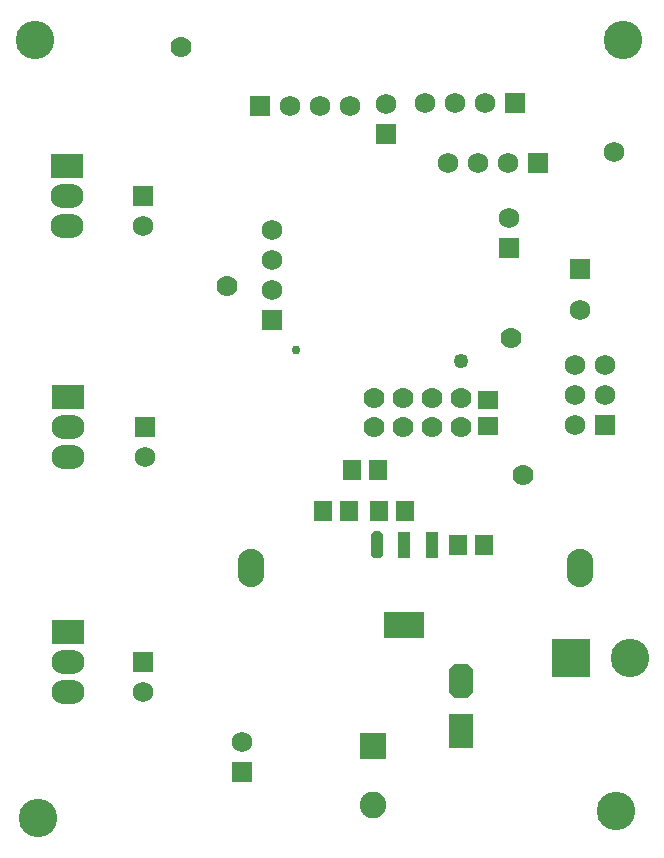
<source format=gbs>
G04 Layer_Color=16711935*
%FSLAX25Y25*%
%MOIN*%
G70*
G01*
G75*
%ADD37R,0.06906X0.06118*%
%ADD41R,0.06118X0.06906*%
%ADD42C,0.07000*%
%ADD43C,0.06800*%
%ADD44R,0.06906X0.06906*%
%ADD45C,0.06906*%
%ADD46C,0.02969*%
%ADD47C,0.04937*%
%ADD48O,0.11000X0.08000*%
%ADD49R,0.11000X0.08000*%
%ADD50R,0.06906X0.06906*%
%ADD51O,0.08874X0.12811*%
%ADD52C,0.12811*%
%ADD53R,0.08874X0.08874*%
%ADD54C,0.08874*%
%ADD55R,0.12811X0.12811*%
%ADD56R,0.13200X0.09000*%
G04:AMPARAMS|DCode=57|XSize=43mil|YSize=90mil|CornerRadius=0mil|HoleSize=0mil|Usage=FLASHONLY|Rotation=0.000|XOffset=0mil|YOffset=0mil|HoleType=Round|Shape=Octagon|*
%AMOCTAGOND57*
4,1,8,-0.01075,0.04500,0.01075,0.04500,0.02150,0.03425,0.02150,-0.03425,0.01075,-0.04500,-0.01075,-0.04500,-0.02150,-0.03425,-0.02150,0.03425,-0.01075,0.04500,0.0*
%
%ADD57OCTAGOND57*%

%ADD58R,0.04300X0.09000*%
%ADD59R,0.07890X0.11433*%
G04:AMPARAMS|DCode=60|XSize=114.33mil|YSize=78.9mil|CornerRadius=0mil|HoleSize=0mil|Usage=FLASHONLY|Rotation=90.000|XOffset=0mil|YOffset=0mil|HoleType=Round|Shape=Octagon|*
%AMOCTAGOND60*
4,1,8,0.01972,0.05717,-0.01972,0.05717,-0.03945,0.03744,-0.03945,-0.03744,-0.01972,-0.05717,0.01972,-0.05717,0.03945,-0.03744,0.03945,0.03744,0.01972,0.05717,0.0*
%
%ADD60OCTAGOND60*%

D37*
X365500Y331500D02*
D03*
Y322839D02*
D03*
D41*
X320000Y308000D02*
D03*
X328661D02*
D03*
X337661Y294500D02*
D03*
X329000D02*
D03*
X319161D02*
D03*
X310500D02*
D03*
X364000Y283000D02*
D03*
X355339D02*
D03*
D42*
X263000Y449000D02*
D03*
X278500Y369500D02*
D03*
X377000Y306500D02*
D03*
X327563Y322500D02*
D03*
X337209D02*
D03*
X346854D02*
D03*
X356500D02*
D03*
X327563Y332146D02*
D03*
X337209D02*
D03*
X346854D02*
D03*
X356500D02*
D03*
X373000Y352000D02*
D03*
D43*
X407500Y414000D02*
D03*
D44*
X283399Y207500D02*
D03*
X250500Y244000D02*
D03*
X251000Y322500D02*
D03*
X250500Y399500D02*
D03*
X396000Y375000D02*
D03*
X372500Y382000D02*
D03*
X293500Y358000D02*
D03*
X331500Y420000D02*
D03*
X404500Y323000D02*
D03*
D45*
X283399Y217500D02*
D03*
X250500Y234000D02*
D03*
X352000Y410500D02*
D03*
X362000D02*
D03*
X372000D02*
D03*
X251000Y312500D02*
D03*
X250500Y389500D02*
D03*
X396000Y361614D02*
D03*
X372500Y392000D02*
D03*
X344500Y430500D02*
D03*
X354500D02*
D03*
X364500D02*
D03*
X293500Y368000D02*
D03*
Y378000D02*
D03*
Y388000D02*
D03*
X319500Y429500D02*
D03*
X309500D02*
D03*
X299500D02*
D03*
X331500Y430000D02*
D03*
X394500Y323000D02*
D03*
X404500Y343000D02*
D03*
X394500Y333000D02*
D03*
X404500D02*
D03*
X394500Y343000D02*
D03*
D46*
X301500Y348000D02*
D03*
D47*
X356500Y344500D02*
D03*
D48*
X225500Y234000D02*
D03*
Y244000D02*
D03*
X225000Y389500D02*
D03*
Y399500D02*
D03*
X225500Y312500D02*
D03*
Y322500D02*
D03*
D49*
Y254000D02*
D03*
X225000Y409500D02*
D03*
X225500Y332500D02*
D03*
D50*
X382000Y410500D02*
D03*
X374500Y430500D02*
D03*
X289500Y429500D02*
D03*
D51*
X286500Y275500D02*
D03*
X396000D02*
D03*
D52*
X408000Y194500D02*
D03*
X410500Y451500D02*
D03*
X214500D02*
D03*
X215500Y192000D02*
D03*
X412685Y245500D02*
D03*
D53*
X327000Y216000D02*
D03*
D54*
Y196315D02*
D03*
D55*
X393000Y245500D02*
D03*
D56*
X337600Y256531D02*
D03*
D57*
X328500Y283000D02*
D03*
D58*
X337600D02*
D03*
X346700D02*
D03*
D59*
X356500Y221000D02*
D03*
D60*
Y237929D02*
D03*
M02*

</source>
